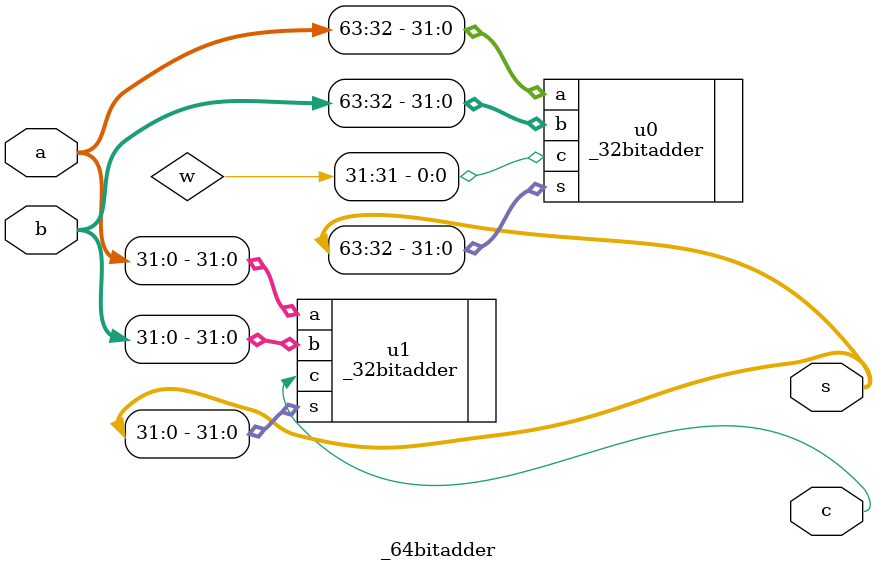
<source format=v>
`timescale 1ns / 1ps


module _64bitadder(
    input [63:0]a,
    input [63:0]b,
    output [63:0]s,
    output c
    );
    wire [62:0]w;
    _32bitadder u0(.a(a[63:32]),.b(b[63:32]),.s(s[63:32]),.c(w[31]));
    _32bitadder u1(.a(a[31:0]),.b(b[31:0]),.s(s[31:0]),.c(c));
endmodule

</source>
